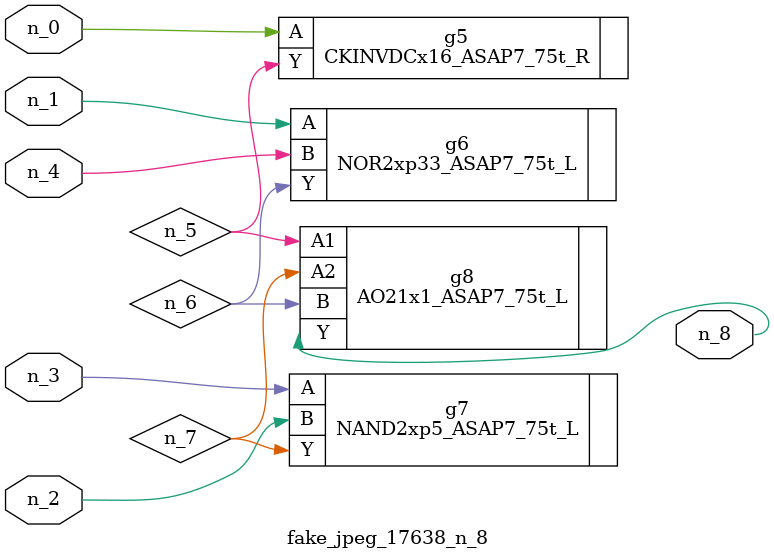
<source format=v>
module fake_jpeg_17638_n_8 (n_3, n_2, n_1, n_0, n_4, n_8);

input n_3;
input n_2;
input n_1;
input n_0;
input n_4;

output n_8;

wire n_6;
wire n_5;
wire n_7;

CKINVDCx16_ASAP7_75t_R g5 ( 
.A(n_0),
.Y(n_5)
);

NOR2xp33_ASAP7_75t_L g6 ( 
.A(n_1),
.B(n_4),
.Y(n_6)
);

NAND2xp5_ASAP7_75t_L g7 ( 
.A(n_3),
.B(n_2),
.Y(n_7)
);

AO21x1_ASAP7_75t_L g8 ( 
.A1(n_5),
.A2(n_7),
.B(n_6),
.Y(n_8)
);


endmodule
</source>
